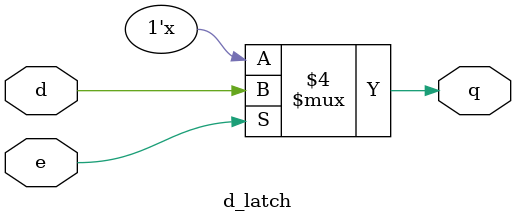
<source format=v>
module d_latch(input d,e,output reg q);
    always@(e,d)
begin
  if(!e)
          q<=q;
        else
          q<=d;
   end
endmodule

</source>
